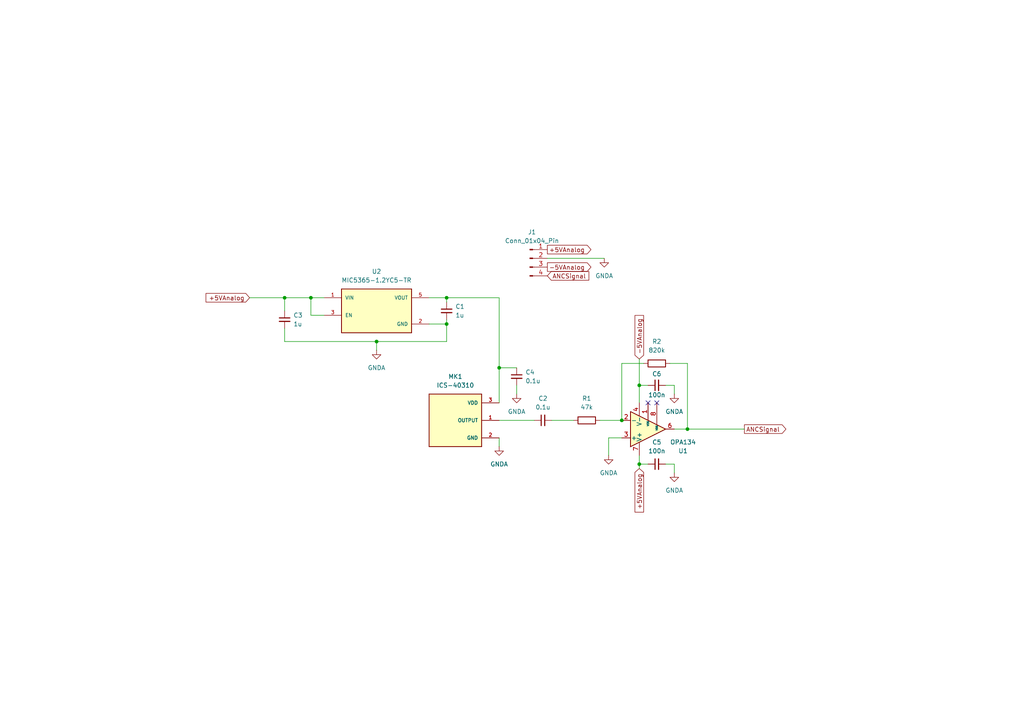
<source format=kicad_sch>
(kicad_sch (version 20231120) (generator "eeschema") (generator_version "8.0")
  (paper "A4")
  (lib_symbols
    (symbol "Amplifier_Operational:OPA134" (pin_names (offset 0.127))
      (property "Reference" "U" (at 1.27 6.35 0))
      (property "Value" "OPA134" (at 1.27 3.81 0))
      (symbol "OPA134_0_1"
        (polyline (pts (xy -5.08 5.08) (xy 5.08 0) (xy -5.08 -5.08) (xy -5.08 5.08)) (stroke (width 0.254)) (fill (type background)))
      )
      (symbol "OPA134_1_1"
        (pin input line (at 0 -7.62 90) (length 5.08) (name "VOS") (number "1"))
        (pin input line (at -7.62 -2.54 0) (length 2.54) (name "-") (number "2"))
        (pin input line (at -7.62 2.54 0) (length 2.54) (name "+") (number "3"))
        (pin power_in line (at -2.54 -7.62 90) (length 3.81) (name "V-") (number "4"))
        (pin no_connect line (at 0 2.54 270) (length 2.54) hide (name "NC") (number "5"))
        (pin output line (at 7.62 0 180) (length 2.54) (name "~") (number "6"))
        (pin power_in line (at -2.54 7.62 270) (length 3.81) (name "V+") (number "7"))
        (pin input line (at 2.54 -7.62 90) (length 6.35) (name "VOS") (number "8"))
      )
    )
    (symbol "AudioSystemSymbolLibrary:ICS-40310" (pin_names (offset 1.016))
      (property "Reference" "MK" (at -7.62 8.89 0))
      (property "Value" "ICS-40310" (at -7.62 -8.89 0))
      (symbol "ICS-40310_0_0"
        (rectangle (start -7.62 -7.62) (end 7.62 7.62) (stroke (width 0.254)) (fill (type background)))
        (pin output line (at 12.7 0 180) (length 5.08) (name "OUTPUT") (number "1"))
        (pin power_in line (at 12.7 -5.08 180) (length 5.08) (name "GND") (number "2"))
        (pin power_in line (at 12.7 5.08 180) (length 5.08) (name "VDD") (number "3"))
      )
    )
    (symbol "AudioSystemSymbolLibrary:MIC5365-1.2YC5-TR" (pin_names (offset 1.016))
      (property "Reference" "U" (at -10.16 6.35 0))
      (property "Value" "MIC5365-1.2YC5-TR" (at -10.16 -8.89 0))
      (symbol "MIC5365-1.2YC5-TR_0_0"
        (rectangle (start -10.16 -7.62) (end 10.16 5.08) (stroke (width 0.254)) (fill (type background)))
        (pin input line (at -15.24 2.54 0) (length 5.08) (name "VIN") (number "1"))
        (pin power_in line (at 15.24 -5.08 180) (length 5.08) (name "GND") (number "2"))
        (pin input line (at -15.24 -2.54 0) (length 5.08) (name "EN") (number "3"))
        (pin output line (at 15.24 2.54 180) (length 5.08) (name "VOUT") (number "5"))
      )
    )
    (symbol "Connector:Conn_01x04_Pin" (pin_names (offset 1.016) hide)
      (property "Reference" "J" (at 0 5.08 0))
      (property "Value" "Conn_01x04_Pin" (at 0 -7.62 0))
      (symbol "Conn_01x04_Pin_1_1"
        (polyline (pts (xy 1.27 -5.08) (xy 0.8636 -5.08)) (stroke (width 0.1524)))
        (polyline (pts (xy 1.27 -2.54) (xy 0.8636 -2.54)) (stroke (width 0.1524)))
        (polyline (pts (xy 1.27 0) (xy 0.8636 0)) (stroke (width 0.1524)))
        (polyline (pts (xy 1.27 2.54) (xy 0.8636 2.54)) (stroke (width 0.1524)))
        (rectangle (start 0.8636 -4.953) (end 0 -5.207) (stroke (width 0.1524)) (fill (type outline)))
        (rectangle (start 0.8636 -2.413) (end 0 -2.667) (stroke (width 0.1524)) (fill (type outline)))
        (rectangle (start 0.8636 0.127) (end 0 -0.127) (stroke (width 0.1524)) (fill (type outline)))
        (rectangle (start 0.8636 2.667) (end 0 2.413) (stroke (width 0.1524)) (fill (type outline)))
        (pin passive line (at 5.08 2.54 180) (length 3.81) (name "Pin_1") (number "1"))
        (pin passive line (at 5.08 0 180) (length 3.81) (name "Pin_2") (number "2"))
        (pin passive line (at 5.08 -2.54 180) (length 3.81) (name "Pin_3") (number "3"))
        (pin passive line (at 5.08 -5.08 180) (length 3.81) (name "Pin_4") (number "4"))
      )
    )
    (symbol "Device:C_Small" (pin_numbers hide) (pin_names (offset 0.254) hide)
      (property "Reference" "C" (at 0.254 1.778 0))
      (property "Value" "C_Small" (at 0.254 -2.032 0))
      (symbol "C_Small_0_1"
        (polyline (pts (xy -1.524 -0.508) (xy 1.524 -0.508)) (stroke (width 0.3302)))
        (polyline (pts (xy -1.524 0.508) (xy 1.524 0.508)) (stroke (width 0.3048)))
      )
      (symbol "C_Small_1_1"
        (pin passive line (at 0 2.54 270) (length 2.032) (name "~") (number "1"))
        (pin passive line (at 0 -2.54 90) (length 2.032) (name "~") (number "2"))
      )
    )
    (symbol "Device:R" (pin_numbers hide) (pin_names (offset 0))
      (property "Reference" "R" (at 2.032 0 90))
      (property "Value" "R" (at 0 0 90))
      (symbol "R_0_1"
        (rectangle (start -1.016 -2.54) (end 1.016 2.54) (stroke (width 0.254)))
      )
      (symbol "R_1_1"
        (pin passive line (at 0 3.81 270) (length 1.27) (name "~") (number "1"))
        (pin passive line (at 0 -3.81 90) (length 1.27) (name "~") (number "2"))
      )
    )
    (symbol "power:GNDA" (power) (pin_numbers hide) (pin_names (offset 0) hide)
      (property "Value" "GNDA" (at 0 -3.81 0))
      (symbol "GNDA_0_1"
        (polyline (pts (xy 0 0) (xy 0 -1.27) (xy 1.27 -1.27) (xy 0 -2.54) (xy -1.27 -1.27) (xy 0 -1.27)))
      )
      (symbol "GNDA_1_1"
        (pin power_in line (at 0 0 270) (length 0) (name "~") (number "1"))
      )
    )
  )
  (junction (at 129.54 93.98))
  (junction (at 199.39 124.46))
  (junction (at 129.54 86.36))
  (junction (at 180.34 121.92))
  (junction (at 185.42 111.76))
  (junction (at 90.17 86.36))
  (junction (at 144.78 106.68))
  (junction (at 185.42 134.62))
  (junction (at 82.55 86.36))
  (junction (at 109.22 99.06))
  (no_connect (at 187.96 116.84))
  (no_connect (at 190.5 116.84))
  (wire (pts (xy 158.75 74.93) (xy 175.26 74.93)))
  (wire (pts (xy 129.54 86.36) (xy 144.78 86.36)))
  (wire (pts (xy 149.86 111.76) (xy 149.86 114.3)))
  (wire (pts (xy 82.55 99.06) (xy 109.22 99.06)))
  (wire (pts (xy 129.54 92.71) (xy 129.54 93.98)))
  (wire (pts (xy 82.55 86.36) (xy 90.17 86.36)))
  (wire (pts (xy 176.53 127) (xy 176.53 132.08)))
  (wire (pts (xy 109.22 101.6) (xy 109.22 99.06)))
  (wire (pts (xy 144.78 121.92) (xy 154.94 121.92)))
  (wire (pts (xy 176.53 127) (xy 180.34 127)))
  (wire (pts (xy 144.78 106.68) (xy 144.78 116.84)))
  (wire (pts (xy 144.78 127) (xy 144.78 129.54)))
  (wire (pts (xy 193.04 111.76) (xy 195.58 111.76)))
  (wire (pts (xy 160.02 121.92) (xy 166.37 121.92)))
  (wire (pts (xy 144.78 86.36) (xy 144.78 106.68)))
  (wire (pts (xy 82.55 99.06) (xy 82.55 95.25)))
  (wire (pts (xy 93.98 91.44) (xy 90.17 91.44)))
  (wire (pts (xy 185.42 111.76) (xy 185.42 116.84)))
  (wire (pts (xy 199.39 124.46) (xy 195.58 124.46)))
  (wire (pts (xy 129.54 93.98) (xy 129.54 99.06)))
  (wire (pts (xy 124.46 93.98) (xy 129.54 93.98)))
  (wire (pts (xy 195.58 134.62) (xy 195.58 137.16)))
  (wire (pts (xy 199.39 124.46) (xy 215.9 124.46)))
  (wire (pts (xy 180.34 105.41) (xy 186.69 105.41)))
  (wire (pts (xy 82.55 86.36) (xy 72.39 86.36)))
  (wire (pts (xy 187.96 111.76) (xy 185.42 111.76)))
  (wire (pts (xy 187.96 134.62) (xy 185.42 134.62)))
  (wire (pts (xy 129.54 87.63) (xy 129.54 86.36)))
  (wire (pts (xy 193.04 134.62) (xy 195.58 134.62)))
  (wire (pts (xy 199.39 105.41) (xy 199.39 124.46)))
  (wire (pts (xy 195.58 111.76) (xy 195.58 114.3)))
  (wire (pts (xy 82.55 90.17) (xy 82.55 86.36)))
  (wire (pts (xy 90.17 91.44) (xy 90.17 86.36)))
  (wire (pts (xy 180.34 121.92) (xy 180.34 105.41)))
  (wire (pts (xy 194.31 105.41) (xy 199.39 105.41)))
  (wire (pts (xy 109.22 99.06) (xy 129.54 99.06)))
  (wire (pts (xy 129.54 86.36) (xy 124.46 86.36)))
  (wire (pts (xy 144.78 106.68) (xy 149.86 106.68)))
  (wire (pts (xy 173.99 121.92) (xy 180.34 121.92)))
  (wire (pts (xy 185.42 135.89) (xy 185.42 134.62)))
  (wire (pts (xy 185.42 134.62) (xy 185.42 132.08)))
  (wire (pts (xy 90.17 86.36) (xy 93.98 86.36)))
  (wire (pts (xy 185.42 104.14) (xy 185.42 111.76)))
  (global_label "+5VAnalog" (shape output) (at 158.75 72.39 0) (property "Intersheetrefs" "${INTERSHEET_REFS}" (effects (hide yes))))
  (global_label "ANCSignal" (shape input) (at 158.75 80.01 0) (property "Intersheetrefs" "${INTERSHEET_REFS}" (effects (hide yes))))
  (global_label "ANCSignal" (shape output) (at 215.9 124.46 0) (property "Intersheetrefs" "${INTERSHEET_REFS}" (effects (hide yes))))
  (global_label "+5VAnalog" (shape input) (at 185.42 135.89 270) (property "Intersheetrefs" "${INTERSHEET_REFS}" (effects (hide yes))))
  (global_label "-5VAnalog" (shape output) (at 158.75 77.47 0) (property "Intersheetrefs" "${INTERSHEET_REFS}" (effects (hide yes))))
  (global_label "+5VAnalog" (shape input) (at 72.39 86.36 180) (property "Intersheetrefs" "${INTERSHEET_REFS}" (effects (hide yes))))
  (global_label "-5VAnalog" (shape input) (at 185.42 104.14 90) (property "Intersheetrefs" "${INTERSHEET_REFS}" (effects (hide yes))))
  (symbol (lib_id "power:GNDA") (at 144.78 129.54 0) (unit 1)
    (property "Reference" "#PWR05" (effects (hide yes)))
    (property "Value" "GNDA" (at 144.78 134.62 0))
    (property "Description" "Power symbol creates a global label with name \"GNDA\" , analog ground" (effects (hide yes)))
  )
  (symbol (lib_id "power:GNDA") (at 195.58 114.3 0) (unit 1)
    (property "Reference" "#PWR06" (effects (hide yes)))
    (property "Value" "GNDA" (at 195.58 119.38 0))
    (property "Description" "Power symbol creates a global label with name \"GNDA\" , analog ground" (effects (hide yes)))
  )
  (symbol (lib_id "Connector:Conn_01x04_Pin") (at 153.67 74.93 0) (unit 1)
    (property "Reference" "J1" (at 154.305 67.31 0))
    (property "Value" "Conn_01x04_Pin" (at 154.305 69.85 0))
    (property "Footprint" "AudioSystemFootprintLibrary:4_Pad_Connector" (effects (hide yes)))
    (property "Description" "Generic connector, single row, 01x04, script generated" (effects (hide yes)))
  )
  (symbol (lib_id "Amplifier_Operational:OPA134") (at 187.96 124.46 0) (mirror x) (unit 1)
    (property "Reference" "U1" (at 198.12 130.7786 0))
    (property "Value" "OPA134" (at 198.12 128.2386 0))
    (property "Footprint" "AudioSystemFootprintLibrary:OPA134UA" (effects (hide yes)))
    (property "Datasheet" "http://www.ti.com/lit/ds/symlink/opa134.pdf" (effects (hide yes)))
    (property "Description" "Single SoundPlus High Performance Audio Operational Amplifiers, DIP-8/SOIC-8" (effects (hide yes)))
  )
  (symbol (lib_id "Device:C_Small") (at 82.55 92.71 0) (unit 1)
    (property "Reference" "C3" (at 85.09 91.4462 0) (effects (justify left)))
    (property "Value" "1u" (at 85.09 93.9862 0) (effects (justify left)))
    (property "Footprint" "Capacitor_SMD:C_0805_2012Metric_Pad1.18x1.45mm_HandSolder" (effects (hide yes)))
    (property "Description" "Unpolarized capacitor, small symbol" (effects (hide yes)))
  )
  (symbol (lib_id "power:GNDA") (at 176.53 132.08 0) (unit 1)
    (property "Reference" "#PWR03" (effects (hide yes)))
    (property "Value" "GNDA" (at 176.53 137.16 0))
    (property "Description" "Power symbol creates a global label with name \"GNDA\" , analog ground" (effects (hide yes)))
  )
  (symbol (lib_id "Device:C_Small") (at 149.86 109.22 0) (unit 1)
    (property "Reference" "C4" (at 152.4 107.9562 0) (effects (justify left)))
    (property "Value" "0.1u" (at 152.4 110.4962 0) (effects (justify left)))
    (property "Footprint" "Capacitor_SMD:C_0805_2012Metric_Pad1.18x1.45mm_HandSolder" (effects (hide yes)))
    (property "Description" "Unpolarized capacitor, small symbol" (effects (hide yes)))
  )
  (symbol (lib_id "power:GNDA") (at 109.22 101.6 0) (unit 1)
    (property "Reference" "#PWR01" (effects (hide yes)))
    (property "Value" "GNDA" (at 109.22 106.68 0))
    (property "Description" "Power symbol creates a global label with name \"GNDA\" , analog ground" (effects (hide yes)))
  )
  (symbol (lib_id "Device:C_Small") (at 190.5 111.76 90) (unit 1)
    (property "Reference" "C6" (at 190.5 108.458 90))
    (property "Value" "100n" (at 190.5 114.554 90))
    (property "Footprint" "Capacitor_SMD:C_0805_2012Metric_Pad1.18x1.45mm_HandSolder" (effects (hide yes)))
    (property "Description" "Unpolarized capacitor, small symbol" (effects (hide yes)))
  )
  (symbol (lib_id "power:GNDA") (at 149.86 114.3 0) (unit 1)
    (property "Reference" "#PWR02" (effects (hide yes)))
    (property "Value" "GNDA" (at 149.86 119.38 0))
    (property "Description" "Power symbol creates a global label with name \"GNDA\" , analog ground" (effects (hide yes)))
  )
  (symbol (lib_id "AudioSystemSymbolLibrary:ICS-40310") (at 132.08 121.92 0) (unit 1)
    (property "Reference" "MK1" (at 132.08 109.22 0))
    (property "Value" "ICS-40310" (at 132.08 111.76 0))
    (property "Footprint" "AudioSystemFootprintLibrary:MIC_ICS-40310" (effects (hide yes)))
    (property "MF" "TDK InvenSense" (effects (hide yes)))
    (property "MAXIMUM_PACKAGE_HEIGHT" "1.08mm" (effects (hide yes)))
    (property "Package" "None" (effects (hide yes)))
    (property "Price" "None" (effects (hide yes)))
    (property "Check_prices" "https://www.snapeda.com/parts/ICS-40310/TDK+InvenSense/view-part/?ref=eda" (effects (hide yes)))
    (property "STANDARD" "Manufacturer Recommendations" (effects (hide yes)))
    (property "PARTREV" "1.2" (effects (hide yes)))
    (property "SnapEDA_Link" "https://www.snapeda.com/parts/ICS-40310/TDK+InvenSense/view-part/?ref=snap" (effects (hide yes)))
    (property "MP" "ICS-40310" (effects (hide yes)))
    (property "Description_1" "\n90 Hz ~ 16 kHz Analog Microphone MEMS (Silicon) 0.9 V ~ 1.3 V Omnidirectional (-37dB ±3dB @ 94dB SPL) Solder Pads\n" (effects (hide yes)))
    (property "Availability" "In Stock" (effects (hide yes)))
    (property "MANUFACTURER" "InvenSense" (effects (hide yes)))
  )
  (symbol (lib_id "power:GNDA") (at 175.26 74.93 0) (unit 1)
    (property "Reference" "#PWR07" (effects (hide yes)))
    (property "Value" "GNDA" (at 175.26 80.01 0))
    (property "Description" "Power symbol creates a global label with name \"GNDA\" , analog ground" (effects (hide yes)))
  )
  (symbol (lib_id "Device:R") (at 170.18 121.92 90) (unit 1)
    (property "Reference" "R1" (at 170.18 115.57 90))
    (property "Value" "47k" (at 170.18 118.11 90))
    (property "Footprint" "Resistor_SMD:R_0805_2012Metric_Pad1.20x1.40mm_HandSolder" (effects (hide yes)))
    (property "Description" "Resistor" (effects (hide yes)))
  )
  (symbol (lib_id "power:GNDA") (at 195.58 137.16 0) (unit 1)
    (property "Reference" "#PWR04" (effects (hide yes)))
    (property "Value" "GNDA" (at 195.58 142.24 0))
    (property "Description" "Power symbol creates a global label with name \"GNDA\" , analog ground" (effects (hide yes)))
  )
  (symbol (lib_id "AudioSystemSymbolLibrary:MIC5365-1.2YC5-TR") (at 109.22 88.9 0) (unit 1)
    (property "Reference" "U2" (at 109.22 78.74 0))
    (property "Value" "MIC5365-1.2YC5-TR" (at 109.22 81.28 0))
    (property "Footprint" "AudioSystemFootprintLibrary:MIC5365-1.2YC5-TR" (effects (hide yes)))
    (property "MF" "Microchip" (effects (hide yes)))
    (property "MAXIMUM_PACKAGE_HEIGHT" "1.10mm" (effects (hide yes)))
    (property "Package" "SC-70-5 Microchip" (effects (hide yes)))
    (property "Price" "None" (effects (hide yes)))
    (property "Check_prices" "https://www.snapeda.com/parts/MIC5365-1.2YC5-TR/Microchip/view-part/?ref=eda" (effects (hide yes)))
    (property "STANDARD" "IPC 7351B" (effects (hide yes)))
    (property "PARTREV" "3.1 - July 16, 2013" (effects (hide yes)))
    (property "SnapEDA_Link" "https://www.snapeda.com/parts/MIC5365-1.2YC5-TR/Microchip/view-part/?ref=snap" (effects (hide yes)))
    (property "MP" "MIC5365-1.2YC5-TR" (effects (hide yes)))
    (property "Description_1" "\n                        \n                            Linear Voltage Regulator IC Positive Fixed 1 Output  150mA SC-70-5\n                        \n" (effects (hide yes)))
    (property "Availability" "In Stock" (effects (hide yes)))
    (property "MANUFACTURER" "Micrel" (effects (hide yes)))
  )
  (symbol (lib_id "Device:C_Small") (at 129.54 90.17 0) (unit 1)
    (property "Reference" "C1" (at 132.08 88.9062 0) (effects (justify left)))
    (property "Value" "1u" (at 132.08 91.4462 0) (effects (justify left)))
    (property "Footprint" "Capacitor_SMD:C_0805_2012Metric_Pad1.18x1.45mm_HandSolder" (effects (hide yes)))
    (property "Description" "Unpolarized capacitor, small symbol" (effects (hide yes)))
  )
  (symbol (lib_id "Device:C_Small") (at 190.5 134.62 90) (unit 1)
    (property "Reference" "C5" (at 190.5063 128.27 90))
    (property "Value" "100n" (at 190.5063 130.81 90))
    (property "Footprint" "Capacitor_SMD:C_0805_2012Metric_Pad1.18x1.45mm_HandSolder" (effects (hide yes)))
    (property "Description" "Unpolarized capacitor, small symbol" (effects (hide yes)))
  )
  (symbol (lib_id "Device:R") (at 190.5 105.41 90) (unit 1)
    (property "Reference" "R2" (at 190.5 99.06 90))
    (property "Value" "820k" (at 190.5 101.6 90))
    (property "Footprint" "Resistor_SMD:R_0805_2012Metric_Pad1.20x1.40mm_HandSolder" (effects (hide yes)))
    (property "Description" "Resistor" (effects (hide yes)))
  )
  (symbol (lib_id "Device:C_Small") (at 157.48 121.92 90) (unit 1)
    (property "Reference" "C2" (at 157.4863 115.57 90))
    (property "Value" "0.1u" (at 157.4863 118.11 90))
    (property "Footprint" "Capacitor_SMD:C_0805_2012Metric_Pad1.18x1.45mm_HandSolder" (effects (hide yes)))
    (property "Description" "Unpolarized capacitor, small symbol" (effects (hide yes)))
  )
)
</source>
